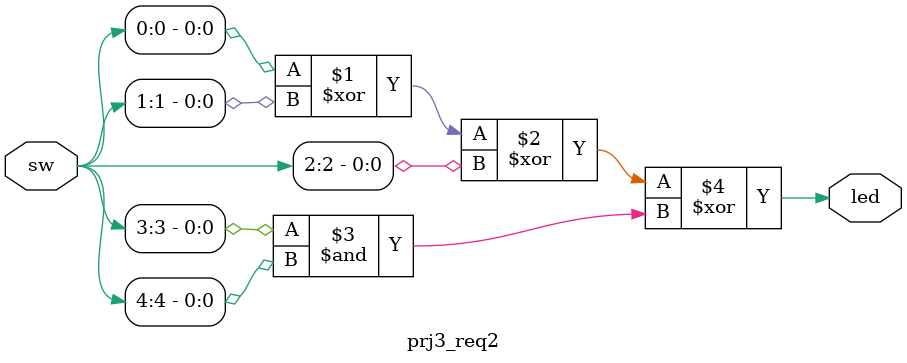
<source format=v>
`timescale 1ns / 1ps


module prj3_req2(

      input [4:0] sw, output led);

assign led = sw[0] ^ sw[1] ^ sw[2] ^ sw[3] & sw[4] ;
endmodule

</source>
